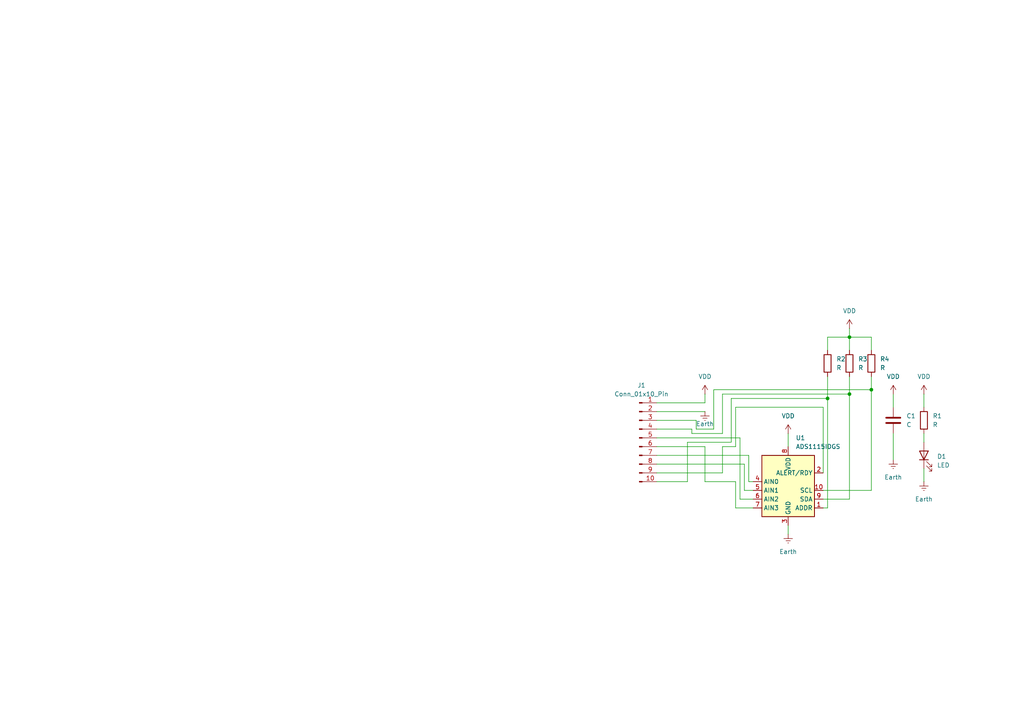
<source format=kicad_sch>
(kicad_sch (version 20231120) (generator "eeschema") (generator_version "8.0")
  (paper "A4")
  (lib_symbols
    (symbol "Analog_ADC:ADS1115IDGS"
      (property "Reference" "U" (at 2.54 13.97 0))
      (property "Value" "ADS1115IDGS" (at 7.62 11.43 0))
      (symbol "ADS1115IDGS_0_1"
        (rectangle (start -7.62 10.16) (end 7.62 -7.62) (stroke (width 0.254)) (fill (type background)))
      )
      (symbol "ADS1115IDGS_1_1"
        (pin input line (at 10.16 -5.08 180) (length 2.54) (name "ADDR") (number "1"))
        (pin input line (at 10.16 0 180) (length 2.54) (name "SCL") (number "10"))
        (pin output line (at 10.16 5.08 180) (length 2.54) (name "ALERT/RDY") (number "2"))
        (pin power_in line (at 0 -10.16 90) (length 2.54) (name "GND") (number "3"))
        (pin input line (at -10.16 2.54 0) (length 2.54) (name "AIN0") (number "4"))
        (pin input line (at -10.16 0 0) (length 2.54) (name "AIN1") (number "5"))
        (pin input line (at -10.16 -2.54 0) (length 2.54) (name "AIN2") (number "6"))
        (pin input line (at -10.16 -5.08 0) (length 2.54) (name "AIN3") (number "7"))
        (pin power_in line (at 0 12.7 270) (length 2.54) (name "VDD") (number "8"))
        (pin bidirectional line (at 10.16 -2.54 180) (length 2.54) (name "SDA") (number "9"))
      )
    )
    (symbol "Connector:Conn_01x10_Pin" (pin_names (offset 1.016) hide)
      (property "Reference" "J" (at 0 12.7 0))
      (property "Value" "Conn_01x10_Pin" (at 0 -15.24 0))
      (symbol "Conn_01x10_Pin_1_1"
        (polyline (pts (xy 1.27 -12.7) (xy 0.8636 -12.7)) (stroke (width 0.1524)))
        (polyline (pts (xy 1.27 -10.16) (xy 0.8636 -10.16)) (stroke (width 0.1524)))
        (polyline (pts (xy 1.27 -7.62) (xy 0.8636 -7.62)) (stroke (width 0.1524)))
        (polyline (pts (xy 1.27 -5.08) (xy 0.8636 -5.08)) (stroke (width 0.1524)))
        (polyline (pts (xy 1.27 -2.54) (xy 0.8636 -2.54)) (stroke (width 0.1524)))
        (polyline (pts (xy 1.27 0) (xy 0.8636 0)) (stroke (width 0.1524)))
        (polyline (pts (xy 1.27 2.54) (xy 0.8636 2.54)) (stroke (width 0.1524)))
        (polyline (pts (xy 1.27 5.08) (xy 0.8636 5.08)) (stroke (width 0.1524)))
        (polyline (pts (xy 1.27 7.62) (xy 0.8636 7.62)) (stroke (width 0.1524)))
        (polyline (pts (xy 1.27 10.16) (xy 0.8636 10.16)) (stroke (width 0.1524)))
        (rectangle (start 0.8636 -12.573) (end 0 -12.827) (stroke (width 0.1524)) (fill (type outline)))
        (rectangle (start 0.8636 -10.033) (end 0 -10.287) (stroke (width 0.1524)) (fill (type outline)))
        (rectangle (start 0.8636 -7.493) (end 0 -7.747) (stroke (width 0.1524)) (fill (type outline)))
        (rectangle (start 0.8636 -4.953) (end 0 -5.207) (stroke (width 0.1524)) (fill (type outline)))
        (rectangle (start 0.8636 -2.413) (end 0 -2.667) (stroke (width 0.1524)) (fill (type outline)))
        (rectangle (start 0.8636 0.127) (end 0 -0.127) (stroke (width 0.1524)) (fill (type outline)))
        (rectangle (start 0.8636 2.667) (end 0 2.413) (stroke (width 0.1524)) (fill (type outline)))
        (rectangle (start 0.8636 5.207) (end 0 4.953) (stroke (width 0.1524)) (fill (type outline)))
        (rectangle (start 0.8636 7.747) (end 0 7.493) (stroke (width 0.1524)) (fill (type outline)))
        (rectangle (start 0.8636 10.287) (end 0 10.033) (stroke (width 0.1524)) (fill (type outline)))
        (pin passive line (at 5.08 10.16 180) (length 3.81) (name "Pin_1") (number "1"))
        (pin passive line (at 5.08 -12.7 180) (length 3.81) (name "Pin_10") (number "10"))
        (pin passive line (at 5.08 7.62 180) (length 3.81) (name "Pin_2") (number "2"))
        (pin passive line (at 5.08 5.08 180) (length 3.81) (name "Pin_3") (number "3"))
        (pin passive line (at 5.08 2.54 180) (length 3.81) (name "Pin_4") (number "4"))
        (pin passive line (at 5.08 0 180) (length 3.81) (name "Pin_5") (number "5"))
        (pin passive line (at 5.08 -2.54 180) (length 3.81) (name "Pin_6") (number "6"))
        (pin passive line (at 5.08 -5.08 180) (length 3.81) (name "Pin_7") (number "7"))
        (pin passive line (at 5.08 -7.62 180) (length 3.81) (name "Pin_8") (number "8"))
        (pin passive line (at 5.08 -10.16 180) (length 3.81) (name "Pin_9") (number "9"))
      )
    )
    (symbol "Device:C" (pin_numbers hide) (pin_names (offset 0.254))
      (property "Reference" "C" (at 0.635 2.54 0))
      (property "Value" "C" (at 0.635 -2.54 0))
      (symbol "C_0_1"
        (polyline (pts (xy -2.032 -0.762) (xy 2.032 -0.762)) (stroke (width 0.508)))
        (polyline (pts (xy -2.032 0.762) (xy 2.032 0.762)) (stroke (width 0.508)))
      )
      (symbol "C_1_1"
        (pin passive line (at 0 3.81 270) (length 2.794) (name "~") (number "1"))
        (pin passive line (at 0 -3.81 90) (length 2.794) (name "~") (number "2"))
      )
    )
    (symbol "Device:LED" (pin_numbers hide) (pin_names (offset 1.016) hide)
      (property "Reference" "D" (at 0 2.54 0))
      (property "Value" "LED" (at 0 -2.54 0))
      (symbol "LED_0_1"
        (polyline (pts (xy -1.27 -1.27) (xy -1.27 1.27)) (stroke (width 0.254)))
        (polyline (pts (xy -1.27 0) (xy 1.27 0)))
        (polyline (pts (xy 1.27 -1.27) (xy 1.27 1.27) (xy -1.27 0) (xy 1.27 -1.27)) (stroke (width 0.254)))
        (polyline (pts (xy -3.048 -0.762) (xy -4.572 -2.286) (xy -3.81 -2.286) (xy -4.572 -2.286) (xy -4.572 -1.524)))
        (polyline (pts (xy -1.778 -0.762) (xy -3.302 -2.286) (xy -2.54 -2.286) (xy -3.302 -2.286) (xy -3.302 -1.524)))
      )
      (symbol "LED_1_1"
        (pin passive line (at -3.81 0 0) (length 2.54) (name "K") (number "1"))
        (pin passive line (at 3.81 0 180) (length 2.54) (name "A") (number "2"))
      )
    )
    (symbol "Device:R" (pin_numbers hide) (pin_names (offset 0))
      (property "Reference" "R" (at 2.032 0 90))
      (property "Value" "R" (at 0 0 90))
      (symbol "R_0_1"
        (rectangle (start -1.016 -2.54) (end 1.016 2.54) (stroke (width 0.254)))
      )
      (symbol "R_1_1"
        (pin passive line (at 0 3.81 270) (length 1.27) (name "~") (number "1"))
        (pin passive line (at 0 -3.81 90) (length 1.27) (name "~") (number "2"))
      )
    )
    (symbol "power:Earth" (power) (pin_numbers hide) (pin_names (offset 0) hide)
      (property "Value" "Earth" (at 0 -3.81 0))
      (symbol "Earth_0_1"
        (polyline (pts (xy -0.635 -1.905) (xy 0.635 -1.905)))
        (polyline (pts (xy -0.127 -2.54) (xy 0.127 -2.54)))
        (polyline (pts (xy 0 -1.27) (xy 0 0)))
        (polyline (pts (xy 1.27 -1.27) (xy -1.27 -1.27)))
      )
      (symbol "Earth_1_1"
        (pin power_in line (at 0 0 270) (length 0) (name "~") (number "1"))
      )
    )
    (symbol "power:VDD" (power) (pin_numbers hide) (pin_names (offset 0) hide)
      (property "Value" "VDD" (at 0 3.556 0))
      (symbol "VDD_0_1"
        (polyline (pts (xy -0.762 1.27) (xy 0 2.54)))
        (polyline (pts (xy 0 0) (xy 0 2.54)))
        (polyline (pts (xy 0 2.54) (xy 0.762 1.27)))
      )
      (symbol "VDD_1_1"
        (pin power_in line (at 0 0 90) (length 0) (name "~") (number "1"))
      )
    )
  )
  (junction (at 252.73 113.03))
  (junction (at 246.38 97.79))
  (junction (at 240.03 115.57))
  (junction (at 246.38 114.3))
  (wire (pts (xy 199.39 139.7) (xy 190.5 139.7)))
  (wire (pts (xy 190.5 134.62) (xy 215.9 134.62)))
  (wire (pts (xy 259.08 114.3) (xy 259.08 118.11)))
  (wire (pts (xy 212.09 128.27) (xy 199.39 128.27)))
  (wire (pts (xy 214.63 144.78) (xy 218.44 144.78)))
  (wire (pts (xy 215.9 134.62) (xy 215.9 142.24)))
  (wire (pts (xy 240.03 101.6) (xy 240.03 97.79)))
  (wire (pts (xy 200.66 125.73) (xy 209.55 125.73)))
  (wire (pts (xy 238.76 118.11) (xy 213.36 118.11)))
  (wire (pts (xy 199.39 128.27) (xy 199.39 139.7)))
  (wire (pts (xy 201.93 124.46) (xy 207.01 124.46)))
  (wire (pts (xy 240.03 97.79) (xy 246.38 97.79)))
  (wire (pts (xy 207.01 113.03) (xy 252.73 113.03)))
  (wire (pts (xy 252.73 142.24) (xy 252.73 113.03)))
  (wire (pts (xy 259.08 125.73) (xy 259.08 133.35)))
  (wire (pts (xy 209.55 129.54) (xy 209.55 137.16)))
  (wire (pts (xy 190.5 137.16) (xy 209.55 137.16)))
  (wire (pts (xy 246.38 97.79) (xy 252.73 97.79)))
  (wire (pts (xy 204.47 129.54) (xy 190.5 129.54)))
  (wire (pts (xy 204.47 139.7) (xy 204.47 129.54)))
  (wire (pts (xy 214.63 127) (xy 214.63 144.78)))
  (wire (pts (xy 200.66 124.46) (xy 200.66 125.73)))
  (wire (pts (xy 246.38 144.78) (xy 238.76 144.78)))
  (wire (pts (xy 240.03 115.57) (xy 240.03 147.32)))
  (wire (pts (xy 212.09 115.57) (xy 212.09 128.27)))
  (wire (pts (xy 190.5 132.08) (xy 217.17 132.08)))
  (wire (pts (xy 201.93 121.92) (xy 201.93 124.46)))
  (wire (pts (xy 252.73 101.6) (xy 252.73 97.79)))
  (wire (pts (xy 215.9 142.24) (xy 218.44 142.24)))
  (wire (pts (xy 246.38 97.79) (xy 246.38 101.6)))
  (wire (pts (xy 207.01 124.46) (xy 207.01 113.03)))
  (wire (pts (xy 228.6 125.73) (xy 228.6 129.54)))
  (wire (pts (xy 190.5 119.38) (xy 204.47 119.38)))
  (wire (pts (xy 228.6 154.94) (xy 228.6 152.4)))
  (wire (pts (xy 267.97 135.89) (xy 267.97 139.7)))
  (wire (pts (xy 246.38 114.3) (xy 246.38 144.78)))
  (wire (pts (xy 267.97 125.73) (xy 267.97 128.27)))
  (wire (pts (xy 190.5 116.84) (xy 204.47 116.84)))
  (wire (pts (xy 238.76 142.24) (xy 252.73 142.24)))
  (wire (pts (xy 246.38 95.25) (xy 246.38 97.79)))
  (wire (pts (xy 209.55 114.3) (xy 246.38 114.3)))
  (wire (pts (xy 190.5 127) (xy 214.63 127)))
  (wire (pts (xy 217.17 132.08) (xy 217.17 139.7)))
  (wire (pts (xy 240.03 115.57) (xy 212.09 115.57)))
  (wire (pts (xy 252.73 109.22) (xy 252.73 113.03)))
  (wire (pts (xy 240.03 109.22) (xy 240.03 115.57)))
  (wire (pts (xy 238.76 147.32) (xy 240.03 147.32)))
  (wire (pts (xy 209.55 125.73) (xy 209.55 114.3)))
  (wire (pts (xy 246.38 109.22) (xy 246.38 114.3)))
  (wire (pts (xy 190.5 121.92) (xy 201.93 121.92)))
  (wire (pts (xy 190.5 124.46) (xy 200.66 124.46)))
  (wire (pts (xy 213.36 147.32) (xy 218.44 147.32)))
  (wire (pts (xy 213.36 129.54) (xy 209.55 129.54)))
  (wire (pts (xy 204.47 114.3) (xy 204.47 116.84)))
  (wire (pts (xy 213.36 139.7) (xy 204.47 139.7)))
  (wire (pts (xy 238.76 137.16) (xy 238.76 118.11)))
  (wire (pts (xy 267.97 114.3) (xy 267.97 118.11)))
  (wire (pts (xy 213.36 147.32) (xy 213.36 139.7)))
  (wire (pts (xy 213.36 118.11) (xy 213.36 129.54)))
  (wire (pts (xy 217.17 139.7) (xy 218.44 139.7)))
  (symbol (lib_id "Device:C") (at 259.08 121.92 0) (unit 1)
    (property "Reference" "C1" (at 262.89 120.6499 0) (effects (justify left)))
    (property "Value" "C" (at 262.89 123.1899 0) (effects (justify left)))
    (property "Footprint" "Capacitor_SMD:C_0805_2012Metric" (effects (hide yes)))
    (property "Description" "Unpolarized capacitor" (effects (hide yes)))
  )
  (symbol (lib_id "power:VDD") (at 246.38 95.25 0) (unit 1)
    (property "Reference" "#PWR02" (effects (hide yes)))
    (property "Value" "VDD" (at 246.38 90.17 0))
    (property "Description" "Power symbol creates a global label with name \"VDD\"" (effects (hide yes)))
  )
  (symbol (lib_id "power:Earth") (at 204.47 119.38 0) (unit 1)
    (property "Reference" "#PWR05" (effects (hide yes)))
    (property "Value" "Earth" (at 204.47 122.936 0))
    (property "Description" "Power symbol creates a global label with name \"Earth\"" (effects (hide yes)))
  )
  (symbol (lib_id "Device:R") (at 246.38 105.41 0) (unit 1)
    (property "Reference" "R3" (at 248.92 104.1399 0) (effects (justify left)))
    (property "Value" "R" (at 248.92 106.6799 0) (effects (justify left)))
    (property "Footprint" "Resistor_SMD:R_1206_3216Metric" (effects (hide yes)))
    (property "Description" "Resistor" (effects (hide yes)))
  )
  (symbol (lib_id "power:VDD") (at 204.47 114.3 0) (unit 1)
    (property "Reference" "#PWR01" (effects (hide yes)))
    (property "Value" "VDD" (at 204.47 109.22 0))
    (property "Description" "Power symbol creates a global label with name \"VDD\"" (effects (hide yes)))
  )
  (symbol (lib_id "Device:R") (at 252.73 105.41 0) (unit 1)
    (property "Reference" "R4" (at 255.27 104.1399 0) (effects (justify left)))
    (property "Value" "R" (at 255.27 106.6799 0) (effects (justify left)))
    (property "Footprint" "Resistor_SMD:R_1206_3216Metric" (effects (hide yes)))
    (property "Description" "Resistor" (effects (hide yes)))
  )
  (symbol (lib_id "Device:R") (at 240.03 105.41 0) (unit 1)
    (property "Reference" "R2" (at 242.57 104.1399 0) (effects (justify left)))
    (property "Value" "R" (at 242.57 106.6799 0) (effects (justify left)))
    (property "Footprint" "Resistor_SMD:R_1206_3216Metric" (effects (hide yes)))
    (property "Description" "Resistor" (effects (hide yes)))
  )
  (symbol (lib_id "power:Earth") (at 267.97 139.7 0) (unit 1)
    (property "Reference" "#PWR07" (effects (hide yes)))
    (property "Value" "Earth" (at 267.97 144.78 0))
    (property "Description" "Power symbol creates a global label with name \"Earth\"" (effects (hide yes)))
  )
  (symbol (lib_id "power:VDD") (at 267.97 114.3 0) (unit 1)
    (property "Reference" "#PWR04" (effects (hide yes)))
    (property "Value" "VDD" (at 267.97 109.22 0))
    (property "Description" "Power symbol creates a global label with name \"VDD\"" (effects (hide yes)))
  )
  (symbol (lib_id "power:VDD") (at 228.6 125.73 0) (unit 1)
    (property "Reference" "#PWR09" (effects (hide yes)))
    (property "Value" "VDD" (at 228.6 120.65 0))
    (property "Description" "Power symbol creates a global label with name \"VDD\"" (effects (hide yes)))
  )
  (symbol (lib_id "power:VDD") (at 259.08 114.3 0) (unit 1)
    (property "Reference" "#PWR03" (effects (hide yes)))
    (property "Value" "VDD" (at 259.08 109.22 0))
    (property "Description" "Power symbol creates a global label with name \"VDD\"" (effects (hide yes)))
  )
  (symbol (lib_id "Device:LED") (at 267.97 132.08 90) (unit 1)
    (property "Reference" "D1" (at 271.78 132.3974 90) (effects (justify right)))
    (property "Value" "LED" (at 271.78 134.9374 90) (effects (justify right)))
    (property "Footprint" "LED_THT:LED_D3.0mm" (effects (hide yes)))
    (property "Description" "Light emitting diode" (effects (hide yes)))
  )
  (symbol (lib_id "Device:R") (at 267.97 121.92 0) (unit 1)
    (property "Reference" "R1" (at 270.51 120.6499 0) (effects (justify left)))
    (property "Value" "R" (at 270.51 123.1899 0) (effects (justify left)))
    (property "Footprint" "Resistor_SMD:R_1206_3216Metric" (effects (hide yes)))
    (property "Description" "Resistor" (effects (hide yes)))
  )
  (symbol (lib_id "power:Earth") (at 259.08 133.35 0) (unit 1)
    (property "Reference" "#PWR06" (effects (hide yes)))
    (property "Value" "Earth" (at 259.08 138.43 0))
    (property "Description" "Power symbol creates a global label with name \"Earth\"" (effects (hide yes)))
  )
  (symbol (lib_id "power:Earth") (at 228.6 154.94 0) (unit 1)
    (property "Reference" "#PWR010" (effects (hide yes)))
    (property "Value" "Earth" (at 228.6 160.02 0))
    (property "Description" "Power symbol creates a global label with name \"Earth\"" (effects (hide yes)))
  )
  (symbol (lib_id "Connector:Conn_01x10_Pin") (at 185.42 127 0) (unit 1)
    (property "Reference" "J1" (at 186.055 111.76 0))
    (property "Value" "Conn_01x10_Pin" (at 186.055 114.3 0))
    (property "Footprint" "Connector_PinHeader_2.54mm:PinHeader_1x10_P2.54mm_Vertical" (effects (hide yes)))
    (property "Description" "Generic connector, single row, 01x10, script generated" (effects (hide yes)))
  )
  (symbol (lib_id "Analog_ADC:ADS1115IDGS") (at 228.6 142.24 0) (unit 1)
    (property "Reference" "U1" (at 230.7941 127 0) (effects (justify left)))
    (property "Value" "ADS1115IDGS" (at 230.7941 129.54 0) (effects (justify left)))
    (property "Footprint" "Package_SO:TSSOP-10_3x3mm_P0.5mm" (effects (hide yes)))
    (property "Datasheet" "http://www.ti.com/lit/ds/symlink/ads1113.pdf" (effects (hide yes)))
    (property "Description" "Ultra-Small, Low-Power, I2C-Compatible, 860-SPS, 16-Bit ADCs With Internal Reference, Oscillator, and Programmable Comparator, VSSOP-10" (effects (hide yes)))
  )
)
</source>
